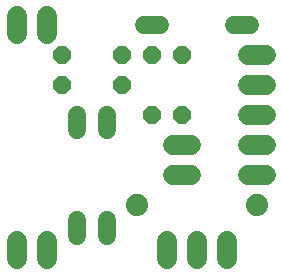
<source format=gbs>
G75*
%MOIN*%
%OFA0B0*%
%FSLAX25Y25*%
%IPPOS*%
%LPD*%
%AMOC8*
5,1,8,0,0,1.08239X$1,22.5*
%
%ADD10C,0.06000*%
%ADD11OC8,0.06000*%
%ADD12C,0.06737*%
%ADD13C,0.06800*%
%ADD14C,0.07400*%
D10*
X0117000Y0236800D02*
X0117000Y0242000D01*
X0127000Y0242000D02*
X0127000Y0236800D01*
X0127000Y0272000D02*
X0127000Y0277200D01*
X0117000Y0277200D02*
X0117000Y0272000D01*
X0139400Y0307000D02*
X0144600Y0307000D01*
X0169400Y0307000D02*
X0174600Y0307000D01*
D11*
X0152000Y0297000D03*
X0142000Y0297000D03*
X0132000Y0297000D03*
X0132000Y0287000D03*
X0142000Y0277000D03*
X0152000Y0277000D03*
X0112000Y0287000D03*
X0112000Y0297000D03*
D12*
X0097000Y0234969D02*
X0097000Y0229031D01*
X0107000Y0229031D02*
X0107000Y0234969D01*
X0149031Y0257000D02*
X0154969Y0257000D01*
X0154969Y0267000D02*
X0149031Y0267000D01*
X0174031Y0267000D02*
X0179969Y0267000D01*
X0179969Y0257000D02*
X0174031Y0257000D01*
X0174031Y0277000D02*
X0179969Y0277000D01*
X0179969Y0287000D02*
X0174031Y0287000D01*
X0174031Y0297000D02*
X0179969Y0297000D01*
X0107000Y0304031D02*
X0107000Y0309969D01*
X0097000Y0309969D02*
X0097000Y0304031D01*
D13*
X0147000Y0235000D02*
X0147000Y0229000D01*
X0157000Y0229000D02*
X0157000Y0235000D01*
X0167000Y0235000D02*
X0167000Y0229000D01*
D14*
X0177000Y0247000D03*
X0137000Y0247000D03*
M02*

</source>
